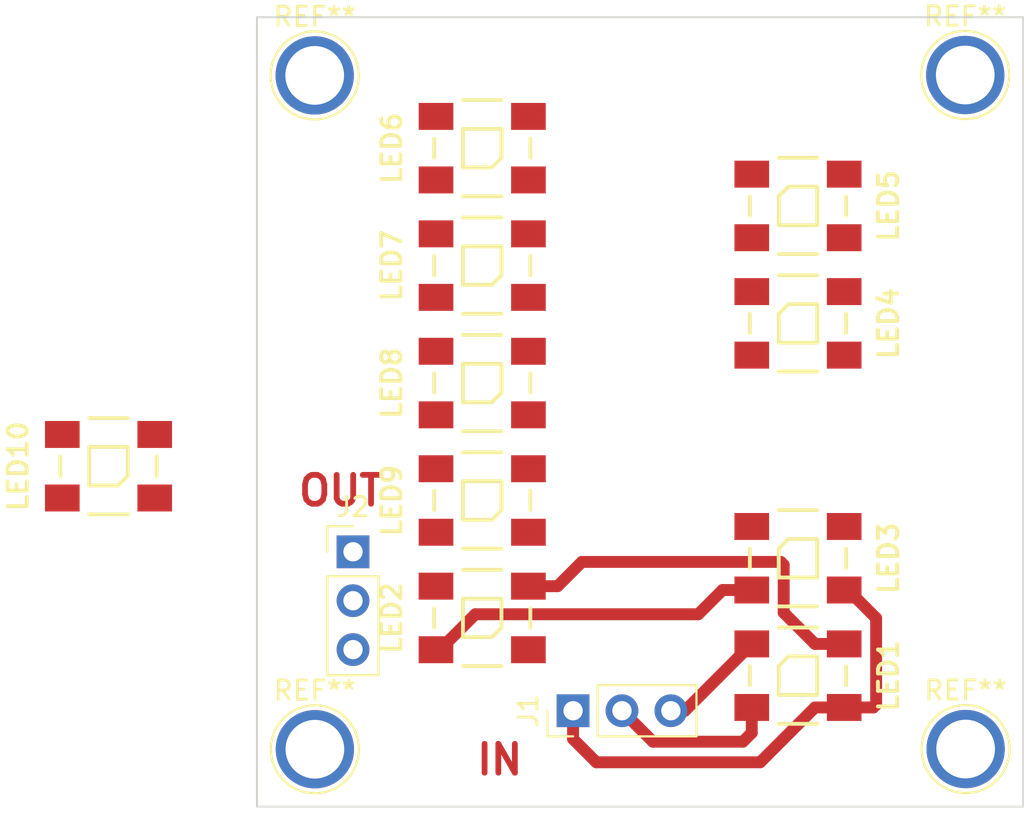
<source format=kicad_pcb>
(kicad_pcb (version 4) (host pcbnew 4.0.6)

  (general
    (links 33)
    (no_connects 33)
    (area 127.447619 73.197 168.245001 116.815)
    (thickness 1.6)
    (drawings 82)
    (tracks 29)
    (zones 0)
    (modules 16)
    (nets 14)
  )

  (page A4)
  (layers
    (0 F.Cu signal)
    (31 B.Cu signal)
    (32 B.Adhes user)
    (33 F.Adhes user)
    (34 B.Paste user)
    (35 F.Paste user)
    (36 B.SilkS user)
    (37 F.SilkS user)
    (38 B.Mask user)
    (39 F.Mask user)
    (40 Dwgs.User user)
    (41 Cmts.User user)
    (42 Eco1.User user)
    (43 Eco2.User user)
    (44 Edge.Cuts user)
    (45 Margin user)
    (46 B.CrtYd user)
    (47 F.CrtYd user)
    (48 B.Fab user)
    (49 F.Fab user)
  )

  (setup
    (last_trace_width 0.618)
    (trace_clearance 0.45)
    (zone_clearance 0.508)
    (zone_45_only no)
    (trace_min 0.2)
    (segment_width 0.2)
    (edge_width 0.1)
    (via_size 0.6)
    (via_drill 0.4)
    (via_min_size 0.4)
    (via_min_drill 0.3)
    (uvia_size 0.3)
    (uvia_drill 0.1)
    (uvias_allowed no)
    (uvia_min_size 0.2)
    (uvia_min_drill 0.1)
    (pcb_text_width 0.3)
    (pcb_text_size 1.5 1.5)
    (mod_edge_width 0.15)
    (mod_text_size 1 1)
    (mod_text_width 0.15)
    (pad_size 1.5 1.5)
    (pad_drill 0.6)
    (pad_to_mask_clearance 0)
    (aux_axis_origin 0 0)
    (visible_elements FFFFEF5F)
    (pcbplotparams
      (layerselection 0x00030_80000001)
      (usegerberextensions false)
      (excludeedgelayer true)
      (linewidth 0.100000)
      (plotframeref false)
      (viasonmask false)
      (mode 1)
      (useauxorigin false)
      (hpglpennumber 1)
      (hpglpenspeed 20)
      (hpglpendiameter 15)
      (hpglpenoverlay 2)
      (psnegative false)
      (psa4output false)
      (plotreference true)
      (plotvalue true)
      (plotinvisibletext false)
      (padsonsilk false)
      (subtractmaskfromsilk false)
      (outputformat 1)
      (mirror false)
      (drillshape 1)
      (scaleselection 1)
      (outputdirectory render/v1_000/))
  )

  (net 0 "")
  (net 1 "Net-(J1-Pad1)")
  (net 2 "Net-(J1-Pad2)")
  (net 3 "Net-(LED1-Pad2)")
  (net 4 "Net-(LED2-Pad2)")
  (net 5 "Net-(LED3-Pad2)")
  (net 6 "Net-(LED4-Pad2)")
  (net 7 "Net-(LED5-Pad2)")
  (net 8 "Net-(LED6-Pad2)")
  (net 9 "Net-(LED7-Pad2)")
  (net 10 "Net-(LED8-Pad2)")
  (net 11 "Net-(LED10-Pad4)")
  (net 12 "Net-(J1-Pad3)")
  (net 13 "Net-(J2-Pad2)")

  (net_class Default "Это класс цепей по умолчанию."
    (clearance 0.45)
    (trace_width 0.618)
    (via_dia 0.6)
    (via_drill 0.4)
    (uvia_dia 0.3)
    (uvia_drill 0.1)
    (add_net "Net-(J1-Pad1)")
    (add_net "Net-(J1-Pad2)")
    (add_net "Net-(J1-Pad3)")
    (add_net "Net-(J2-Pad2)")
    (add_net "Net-(LED1-Pad2)")
    (add_net "Net-(LED10-Pad4)")
    (add_net "Net-(LED2-Pad2)")
    (add_net "Net-(LED3-Pad2)")
    (add_net "Net-(LED4-Pad2)")
    (add_net "Net-(LED5-Pad2)")
    (add_net "Net-(LED6-Pad2)")
    (add_net "Net-(LED7-Pad2)")
    (add_net "Net-(LED8-Pad2)")
  )

  (module Pin_Headers:Pin_Header_Straight_1x03_Pitch2.54mm (layer F.Cu) (tedit 59650532) (tstamp 5989767D)
    (at 144.78 110.49 90)
    (descr "Through hole straight pin header, 1x03, 2.54mm pitch, single row")
    (tags "Through hole pin header THT 1x03 2.54mm single row")
    (path /59889F63)
    (fp_text reference J1 (at 0 -2.33 90) (layer F.SilkS)
      (effects (font (size 1 1) (thickness 0.15)))
    )
    (fp_text value VCC_DATA_GND (at 0 7.41 90) (layer F.Fab)
      (effects (font (size 1 1) (thickness 0.15)))
    )
    (fp_line (start -0.635 -1.27) (end 1.27 -1.27) (layer F.Fab) (width 0.1))
    (fp_line (start 1.27 -1.27) (end 1.27 6.35) (layer F.Fab) (width 0.1))
    (fp_line (start 1.27 6.35) (end -1.27 6.35) (layer F.Fab) (width 0.1))
    (fp_line (start -1.27 6.35) (end -1.27 -0.635) (layer F.Fab) (width 0.1))
    (fp_line (start -1.27 -0.635) (end -0.635 -1.27) (layer F.Fab) (width 0.1))
    (fp_line (start -1.33 6.41) (end 1.33 6.41) (layer F.SilkS) (width 0.12))
    (fp_line (start -1.33 1.27) (end -1.33 6.41) (layer F.SilkS) (width 0.12))
    (fp_line (start 1.33 1.27) (end 1.33 6.41) (layer F.SilkS) (width 0.12))
    (fp_line (start -1.33 1.27) (end 1.33 1.27) (layer F.SilkS) (width 0.12))
    (fp_line (start -1.33 0) (end -1.33 -1.33) (layer F.SilkS) (width 0.12))
    (fp_line (start -1.33 -1.33) (end 0 -1.33) (layer F.SilkS) (width 0.12))
    (fp_line (start -1.8 -1.8) (end -1.8 6.85) (layer F.CrtYd) (width 0.05))
    (fp_line (start -1.8 6.85) (end 1.8 6.85) (layer F.CrtYd) (width 0.05))
    (fp_line (start 1.8 6.85) (end 1.8 -1.8) (layer F.CrtYd) (width 0.05))
    (fp_line (start 1.8 -1.8) (end -1.8 -1.8) (layer F.CrtYd) (width 0.05))
    (fp_text user %R (at 0 2.54 180) (layer F.Fab)
      (effects (font (size 1 1) (thickness 0.15)))
    )
    (pad 1 thru_hole rect (at 0 0 90) (size 1.7 1.7) (drill 1) (layers *.Cu *.Mask)
      (net 1 "Net-(J1-Pad1)"))
    (pad 2 thru_hole oval (at 0 2.54 90) (size 1.7 1.7) (drill 1) (layers *.Cu *.Mask)
      (net 2 "Net-(J1-Pad2)"))
    (pad 3 thru_hole oval (at 0 5.08 90) (size 1.7 1.7) (drill 1) (layers *.Cu *.Mask)
      (net 12 "Net-(J1-Pad3)"))
    (model ${KISYS3DMOD}/Pin_Headers.3dshapes/Pin_Header_Straight_1x03_Pitch2.54mm.wrl
      (at (xyz 0 0 0))
      (scale (xyz 1 1 1))
      (rotate (xyz 0 0 0))
    )
  )

  (module WS2812B:WS2812B (layer F.Cu) (tedit 53BEE615) (tstamp 59897685)
    (at 156.462 108.67 270)
    (path /59889FEB)
    (fp_text reference LED1 (at 0 -4.7 270) (layer F.SilkS)
      (effects (font (size 1 1) (thickness 0.2)))
    )
    (fp_text value WS2812B (at 0 4.8 270) (layer F.SilkS) hide
      (effects (font (size 1 1) (thickness 0.2)))
    )
    (fp_line (start -1 -1) (end 1 -1) (layer F.SilkS) (width 0.2))
    (fp_line (start 1 -1) (end 1 1) (layer F.SilkS) (width 0.2))
    (fp_line (start 1 1) (end -0.5 1) (layer F.SilkS) (width 0.2))
    (fp_line (start -0.5 1) (end -1 0.5) (layer F.SilkS) (width 0.2))
    (fp_line (start -1 0.5) (end -1 -1) (layer F.SilkS) (width 0.2))
    (fp_line (start -2.5 -1) (end -2.5 1) (layer F.SilkS) (width 0.2))
    (fp_line (start -0.5 2.5) (end 0.5 2.5) (layer F.SilkS) (width 0.2))
    (fp_line (start 2.5 -1) (end 2.5 1) (layer F.SilkS) (width 0.2))
    (fp_line (start -0.5 -2.5) (end 0.5 -2.5) (layer F.SilkS) (width 0.2))
    (fp_line (start 2.1 2.5) (end 2.5 2.5) (layer Dwgs.User) (width 0.2))
    (fp_line (start -1.2 2.5) (end 1.2 2.5) (layer Dwgs.User) (width 0.2))
    (fp_line (start -2.5 2.5) (end -2.1 2.5) (layer Dwgs.User) (width 0.2))
    (fp_line (start 2.1 -2.5) (end 2.5 -2.5) (layer Dwgs.User) (width 0.2))
    (fp_line (start -1.2 -2.5) (end 1.2 -2.5) (layer Dwgs.User) (width 0.2))
    (fp_line (start -2.5 -2.5) (end -2.1 -2.5) (layer Dwgs.User) (width 0.2))
    (fp_line (start -2.1 -2.7) (end -1.2 -2.7) (layer Dwgs.User) (width 0.2))
    (fp_line (start -1.2 -2.7) (end -1.2 -1.8) (layer Dwgs.User) (width 0.2))
    (fp_line (start -1.2 -1.8) (end -2.1 -1.8) (layer Dwgs.User) (width 0.2))
    (fp_line (start -2.1 -1.8) (end -2.1 -2.7) (layer Dwgs.User) (width 0.2))
    (fp_line (start 2.1 -2.7) (end 1.2 -2.7) (layer Dwgs.User) (width 0.2))
    (fp_line (start 1.2 -2.7) (end 1.2 -1.8) (layer Dwgs.User) (width 0.2))
    (fp_line (start 1.2 -1.8) (end 2.1 -1.8) (layer Dwgs.User) (width 0.2))
    (fp_line (start 2.1 -1.8) (end 2.1 -2.7) (layer Dwgs.User) (width 0.2))
    (fp_line (start -2.1 2.7) (end -2.1 1.8) (layer Dwgs.User) (width 0.2))
    (fp_line (start -2.1 1.8) (end -1.2 1.8) (layer Dwgs.User) (width 0.2))
    (fp_line (start -1.2 1.8) (end -1.2 2.7) (layer Dwgs.User) (width 0.2))
    (fp_line (start -1.2 2.7) (end -2.1 2.7) (layer Dwgs.User) (width 0.2))
    (fp_line (start 1.2 2.7) (end 1.2 1.8) (layer Dwgs.User) (width 0.2))
    (fp_line (start 1.2 1.8) (end 2.1 1.8) (layer Dwgs.User) (width 0.2))
    (fp_line (start 2.1 1.8) (end 2.1 2.7) (layer Dwgs.User) (width 0.2))
    (fp_line (start 2.1 2.7) (end 1.2 2.7) (layer Dwgs.User) (width 0.2))
    (fp_line (start 2.5 -2.5) (end 2.5 2.5) (layer Dwgs.User) (width 0.2))
    (fp_line (start -2.49936 2.49936) (end -2.49936 -2.49936) (layer Dwgs.User) (width 0.2))
    (pad 1 smd rect (at 1.65 -2.4 270) (size 1.4 1.8) (layers F.Cu F.Paste F.Mask)
      (net 1 "Net-(J1-Pad1)"))
    (pad 2 smd rect (at -1.65 -2.4 270) (size 1.4 1.8) (layers F.Cu F.Paste F.Mask)
      (net 3 "Net-(LED1-Pad2)"))
    (pad 3 smd rect (at -1.65 2.4 270) (size 1.4 1.8) (layers F.Cu F.Paste F.Mask)
      (net 12 "Net-(J1-Pad3)"))
    (pad 4 smd rect (at 1.65 2.4 270) (size 1.4 1.8) (layers F.Cu F.Paste F.Mask)
      (net 2 "Net-(J1-Pad2)"))
  )

  (module WS2812B:WS2812B (layer F.Cu) (tedit 53BEE615) (tstamp 5989769D)
    (at 156.462 90.37 270)
    (path /5988A1AD)
    (fp_text reference LED4 (at 0 -4.7 270) (layer F.SilkS)
      (effects (font (size 1 1) (thickness 0.2)))
    )
    (fp_text value WS2812B (at 0 4.8 270) (layer F.SilkS) hide
      (effects (font (size 1 1) (thickness 0.2)))
    )
    (fp_line (start -1 -1) (end 1 -1) (layer F.SilkS) (width 0.2))
    (fp_line (start 1 -1) (end 1 1) (layer F.SilkS) (width 0.2))
    (fp_line (start 1 1) (end -0.5 1) (layer F.SilkS) (width 0.2))
    (fp_line (start -0.5 1) (end -1 0.5) (layer F.SilkS) (width 0.2))
    (fp_line (start -1 0.5) (end -1 -1) (layer F.SilkS) (width 0.2))
    (fp_line (start -2.5 -1) (end -2.5 1) (layer F.SilkS) (width 0.2))
    (fp_line (start -0.5 2.5) (end 0.5 2.5) (layer F.SilkS) (width 0.2))
    (fp_line (start 2.5 -1) (end 2.5 1) (layer F.SilkS) (width 0.2))
    (fp_line (start -0.5 -2.5) (end 0.5 -2.5) (layer F.SilkS) (width 0.2))
    (fp_line (start 2.1 2.5) (end 2.5 2.5) (layer Dwgs.User) (width 0.2))
    (fp_line (start -1.2 2.5) (end 1.2 2.5) (layer Dwgs.User) (width 0.2))
    (fp_line (start -2.5 2.5) (end -2.1 2.5) (layer Dwgs.User) (width 0.2))
    (fp_line (start 2.1 -2.5) (end 2.5 -2.5) (layer Dwgs.User) (width 0.2))
    (fp_line (start -1.2 -2.5) (end 1.2 -2.5) (layer Dwgs.User) (width 0.2))
    (fp_line (start -2.5 -2.5) (end -2.1 -2.5) (layer Dwgs.User) (width 0.2))
    (fp_line (start -2.1 -2.7) (end -1.2 -2.7) (layer Dwgs.User) (width 0.2))
    (fp_line (start -1.2 -2.7) (end -1.2 -1.8) (layer Dwgs.User) (width 0.2))
    (fp_line (start -1.2 -1.8) (end -2.1 -1.8) (layer Dwgs.User) (width 0.2))
    (fp_line (start -2.1 -1.8) (end -2.1 -2.7) (layer Dwgs.User) (width 0.2))
    (fp_line (start 2.1 -2.7) (end 1.2 -2.7) (layer Dwgs.User) (width 0.2))
    (fp_line (start 1.2 -2.7) (end 1.2 -1.8) (layer Dwgs.User) (width 0.2))
    (fp_line (start 1.2 -1.8) (end 2.1 -1.8) (layer Dwgs.User) (width 0.2))
    (fp_line (start 2.1 -1.8) (end 2.1 -2.7) (layer Dwgs.User) (width 0.2))
    (fp_line (start -2.1 2.7) (end -2.1 1.8) (layer Dwgs.User) (width 0.2))
    (fp_line (start -2.1 1.8) (end -1.2 1.8) (layer Dwgs.User) (width 0.2))
    (fp_line (start -1.2 1.8) (end -1.2 2.7) (layer Dwgs.User) (width 0.2))
    (fp_line (start -1.2 2.7) (end -2.1 2.7) (layer Dwgs.User) (width 0.2))
    (fp_line (start 1.2 2.7) (end 1.2 1.8) (layer Dwgs.User) (width 0.2))
    (fp_line (start 1.2 1.8) (end 2.1 1.8) (layer Dwgs.User) (width 0.2))
    (fp_line (start 2.1 1.8) (end 2.1 2.7) (layer Dwgs.User) (width 0.2))
    (fp_line (start 2.1 2.7) (end 1.2 2.7) (layer Dwgs.User) (width 0.2))
    (fp_line (start 2.5 -2.5) (end 2.5 2.5) (layer Dwgs.User) (width 0.2))
    (fp_line (start -2.49936 2.49936) (end -2.49936 -2.49936) (layer Dwgs.User) (width 0.2))
    (pad 1 smd rect (at 1.65 -2.4 270) (size 1.4 1.8) (layers F.Cu F.Paste F.Mask)
      (net 1 "Net-(J1-Pad1)"))
    (pad 2 smd rect (at -1.65 -2.4 270) (size 1.4 1.8) (layers F.Cu F.Paste F.Mask)
      (net 6 "Net-(LED4-Pad2)"))
    (pad 3 smd rect (at -1.65 2.4 270) (size 1.4 1.8) (layers F.Cu F.Paste F.Mask)
      (net 12 "Net-(J1-Pad3)"))
    (pad 4 smd rect (at 1.65 2.4 270) (size 1.4 1.8) (layers F.Cu F.Paste F.Mask)
      (net 5 "Net-(LED3-Pad2)"))
  )

  (module WS2812B:WS2812B (layer F.Cu) (tedit 53BEE615) (tstamp 59897695)
    (at 156.462 102.57 270)
    (path /5988A17E)
    (fp_text reference LED3 (at 0 -4.7 270) (layer F.SilkS)
      (effects (font (size 1 1) (thickness 0.2)))
    )
    (fp_text value WS2812B (at 0 4.8 270) (layer F.SilkS) hide
      (effects (font (size 1 1) (thickness 0.2)))
    )
    (fp_line (start -1 -1) (end 1 -1) (layer F.SilkS) (width 0.2))
    (fp_line (start 1 -1) (end 1 1) (layer F.SilkS) (width 0.2))
    (fp_line (start 1 1) (end -0.5 1) (layer F.SilkS) (width 0.2))
    (fp_line (start -0.5 1) (end -1 0.5) (layer F.SilkS) (width 0.2))
    (fp_line (start -1 0.5) (end -1 -1) (layer F.SilkS) (width 0.2))
    (fp_line (start -2.5 -1) (end -2.5 1) (layer F.SilkS) (width 0.2))
    (fp_line (start -0.5 2.5) (end 0.5 2.5) (layer F.SilkS) (width 0.2))
    (fp_line (start 2.5 -1) (end 2.5 1) (layer F.SilkS) (width 0.2))
    (fp_line (start -0.5 -2.5) (end 0.5 -2.5) (layer F.SilkS) (width 0.2))
    (fp_line (start 2.1 2.5) (end 2.5 2.5) (layer Dwgs.User) (width 0.2))
    (fp_line (start -1.2 2.5) (end 1.2 2.5) (layer Dwgs.User) (width 0.2))
    (fp_line (start -2.5 2.5) (end -2.1 2.5) (layer Dwgs.User) (width 0.2))
    (fp_line (start 2.1 -2.5) (end 2.5 -2.5) (layer Dwgs.User) (width 0.2))
    (fp_line (start -1.2 -2.5) (end 1.2 -2.5) (layer Dwgs.User) (width 0.2))
    (fp_line (start -2.5 -2.5) (end -2.1 -2.5) (layer Dwgs.User) (width 0.2))
    (fp_line (start -2.1 -2.7) (end -1.2 -2.7) (layer Dwgs.User) (width 0.2))
    (fp_line (start -1.2 -2.7) (end -1.2 -1.8) (layer Dwgs.User) (width 0.2))
    (fp_line (start -1.2 -1.8) (end -2.1 -1.8) (layer Dwgs.User) (width 0.2))
    (fp_line (start -2.1 -1.8) (end -2.1 -2.7) (layer Dwgs.User) (width 0.2))
    (fp_line (start 2.1 -2.7) (end 1.2 -2.7) (layer Dwgs.User) (width 0.2))
    (fp_line (start 1.2 -2.7) (end 1.2 -1.8) (layer Dwgs.User) (width 0.2))
    (fp_line (start 1.2 -1.8) (end 2.1 -1.8) (layer Dwgs.User) (width 0.2))
    (fp_line (start 2.1 -1.8) (end 2.1 -2.7) (layer Dwgs.User) (width 0.2))
    (fp_line (start -2.1 2.7) (end -2.1 1.8) (layer Dwgs.User) (width 0.2))
    (fp_line (start -2.1 1.8) (end -1.2 1.8) (layer Dwgs.User) (width 0.2))
    (fp_line (start -1.2 1.8) (end -1.2 2.7) (layer Dwgs.User) (width 0.2))
    (fp_line (start -1.2 2.7) (end -2.1 2.7) (layer Dwgs.User) (width 0.2))
    (fp_line (start 1.2 2.7) (end 1.2 1.8) (layer Dwgs.User) (width 0.2))
    (fp_line (start 1.2 1.8) (end 2.1 1.8) (layer Dwgs.User) (width 0.2))
    (fp_line (start 2.1 1.8) (end 2.1 2.7) (layer Dwgs.User) (width 0.2))
    (fp_line (start 2.1 2.7) (end 1.2 2.7) (layer Dwgs.User) (width 0.2))
    (fp_line (start 2.5 -2.5) (end 2.5 2.5) (layer Dwgs.User) (width 0.2))
    (fp_line (start -2.49936 2.49936) (end -2.49936 -2.49936) (layer Dwgs.User) (width 0.2))
    (pad 1 smd rect (at 1.65 -2.4 270) (size 1.4 1.8) (layers F.Cu F.Paste F.Mask)
      (net 1 "Net-(J1-Pad1)"))
    (pad 2 smd rect (at -1.65 -2.4 270) (size 1.4 1.8) (layers F.Cu F.Paste F.Mask)
      (net 5 "Net-(LED3-Pad2)"))
    (pad 3 smd rect (at -1.65 2.4 270) (size 1.4 1.8) (layers F.Cu F.Paste F.Mask)
      (net 12 "Net-(J1-Pad3)"))
    (pad 4 smd rect (at 1.65 2.4 270) (size 1.4 1.8) (layers F.Cu F.Paste F.Mask)
      (net 4 "Net-(LED2-Pad2)"))
  )

  (module WS2812B:WS2812B (layer F.Cu) (tedit 53BEE615) (tstamp 5989768D)
    (at 140.06 105.67 90)
    (path /5988A146)
    (fp_text reference LED2 (at 0 -4.7 90) (layer F.SilkS)
      (effects (font (size 1 1) (thickness 0.2)))
    )
    (fp_text value WS2812B (at 0 4.8 90) (layer F.SilkS) hide
      (effects (font (size 1 1) (thickness 0.2)))
    )
    (fp_line (start -1 -1) (end 1 -1) (layer F.SilkS) (width 0.2))
    (fp_line (start 1 -1) (end 1 1) (layer F.SilkS) (width 0.2))
    (fp_line (start 1 1) (end -0.5 1) (layer F.SilkS) (width 0.2))
    (fp_line (start -0.5 1) (end -1 0.5) (layer F.SilkS) (width 0.2))
    (fp_line (start -1 0.5) (end -1 -1) (layer F.SilkS) (width 0.2))
    (fp_line (start -2.5 -1) (end -2.5 1) (layer F.SilkS) (width 0.2))
    (fp_line (start -0.5 2.5) (end 0.5 2.5) (layer F.SilkS) (width 0.2))
    (fp_line (start 2.5 -1) (end 2.5 1) (layer F.SilkS) (width 0.2))
    (fp_line (start -0.5 -2.5) (end 0.5 -2.5) (layer F.SilkS) (width 0.2))
    (fp_line (start 2.1 2.5) (end 2.5 2.5) (layer Dwgs.User) (width 0.2))
    (fp_line (start -1.2 2.5) (end 1.2 2.5) (layer Dwgs.User) (width 0.2))
    (fp_line (start -2.5 2.5) (end -2.1 2.5) (layer Dwgs.User) (width 0.2))
    (fp_line (start 2.1 -2.5) (end 2.5 -2.5) (layer Dwgs.User) (width 0.2))
    (fp_line (start -1.2 -2.5) (end 1.2 -2.5) (layer Dwgs.User) (width 0.2))
    (fp_line (start -2.5 -2.5) (end -2.1 -2.5) (layer Dwgs.User) (width 0.2))
    (fp_line (start -2.1 -2.7) (end -1.2 -2.7) (layer Dwgs.User) (width 0.2))
    (fp_line (start -1.2 -2.7) (end -1.2 -1.8) (layer Dwgs.User) (width 0.2))
    (fp_line (start -1.2 -1.8) (end -2.1 -1.8) (layer Dwgs.User) (width 0.2))
    (fp_line (start -2.1 -1.8) (end -2.1 -2.7) (layer Dwgs.User) (width 0.2))
    (fp_line (start 2.1 -2.7) (end 1.2 -2.7) (layer Dwgs.User) (width 0.2))
    (fp_line (start 1.2 -2.7) (end 1.2 -1.8) (layer Dwgs.User) (width 0.2))
    (fp_line (start 1.2 -1.8) (end 2.1 -1.8) (layer Dwgs.User) (width 0.2))
    (fp_line (start 2.1 -1.8) (end 2.1 -2.7) (layer Dwgs.User) (width 0.2))
    (fp_line (start -2.1 2.7) (end -2.1 1.8) (layer Dwgs.User) (width 0.2))
    (fp_line (start -2.1 1.8) (end -1.2 1.8) (layer Dwgs.User) (width 0.2))
    (fp_line (start -1.2 1.8) (end -1.2 2.7) (layer Dwgs.User) (width 0.2))
    (fp_line (start -1.2 2.7) (end -2.1 2.7) (layer Dwgs.User) (width 0.2))
    (fp_line (start 1.2 2.7) (end 1.2 1.8) (layer Dwgs.User) (width 0.2))
    (fp_line (start 1.2 1.8) (end 2.1 1.8) (layer Dwgs.User) (width 0.2))
    (fp_line (start 2.1 1.8) (end 2.1 2.7) (layer Dwgs.User) (width 0.2))
    (fp_line (start 2.1 2.7) (end 1.2 2.7) (layer Dwgs.User) (width 0.2))
    (fp_line (start 2.5 -2.5) (end 2.5 2.5) (layer Dwgs.User) (width 0.2))
    (fp_line (start -2.49936 2.49936) (end -2.49936 -2.49936) (layer Dwgs.User) (width 0.2))
    (pad 1 smd rect (at 1.65 -2.4 90) (size 1.4 1.8) (layers F.Cu F.Paste F.Mask)
      (net 1 "Net-(J1-Pad1)"))
    (pad 2 smd rect (at -1.65 -2.4 90) (size 1.4 1.8) (layers F.Cu F.Paste F.Mask)
      (net 4 "Net-(LED2-Pad2)"))
    (pad 3 smd rect (at -1.65 2.4 90) (size 1.4 1.8) (layers F.Cu F.Paste F.Mask)
      (net 12 "Net-(J1-Pad3)"))
    (pad 4 smd rect (at 1.65 2.4 90) (size 1.4 1.8) (layers F.Cu F.Paste F.Mask)
      (net 3 "Net-(LED1-Pad2)"))
  )

  (module WS2812B:WS2812B (layer F.Cu) (tedit 53BEE615) (tstamp 598976A5)
    (at 156.462 84.27 270)
    (path /5988A1D6)
    (fp_text reference LED5 (at 0 -4.7 270) (layer F.SilkS)
      (effects (font (size 1 1) (thickness 0.2)))
    )
    (fp_text value WS2812B (at 0 4.8 270) (layer F.SilkS) hide
      (effects (font (size 1 1) (thickness 0.2)))
    )
    (fp_line (start -1 -1) (end 1 -1) (layer F.SilkS) (width 0.2))
    (fp_line (start 1 -1) (end 1 1) (layer F.SilkS) (width 0.2))
    (fp_line (start 1 1) (end -0.5 1) (layer F.SilkS) (width 0.2))
    (fp_line (start -0.5 1) (end -1 0.5) (layer F.SilkS) (width 0.2))
    (fp_line (start -1 0.5) (end -1 -1) (layer F.SilkS) (width 0.2))
    (fp_line (start -2.5 -1) (end -2.5 1) (layer F.SilkS) (width 0.2))
    (fp_line (start -0.5 2.5) (end 0.5 2.5) (layer F.SilkS) (width 0.2))
    (fp_line (start 2.5 -1) (end 2.5 1) (layer F.SilkS) (width 0.2))
    (fp_line (start -0.5 -2.5) (end 0.5 -2.5) (layer F.SilkS) (width 0.2))
    (fp_line (start 2.1 2.5) (end 2.5 2.5) (layer Dwgs.User) (width 0.2))
    (fp_line (start -1.2 2.5) (end 1.2 2.5) (layer Dwgs.User) (width 0.2))
    (fp_line (start -2.5 2.5) (end -2.1 2.5) (layer Dwgs.User) (width 0.2))
    (fp_line (start 2.1 -2.5) (end 2.5 -2.5) (layer Dwgs.User) (width 0.2))
    (fp_line (start -1.2 -2.5) (end 1.2 -2.5) (layer Dwgs.User) (width 0.2))
    (fp_line (start -2.5 -2.5) (end -2.1 -2.5) (layer Dwgs.User) (width 0.2))
    (fp_line (start -2.1 -2.7) (end -1.2 -2.7) (layer Dwgs.User) (width 0.2))
    (fp_line (start -1.2 -2.7) (end -1.2 -1.8) (layer Dwgs.User) (width 0.2))
    (fp_line (start -1.2 -1.8) (end -2.1 -1.8) (layer Dwgs.User) (width 0.2))
    (fp_line (start -2.1 -1.8) (end -2.1 -2.7) (layer Dwgs.User) (width 0.2))
    (fp_line (start 2.1 -2.7) (end 1.2 -2.7) (layer Dwgs.User) (width 0.2))
    (fp_line (start 1.2 -2.7) (end 1.2 -1.8) (layer Dwgs.User) (width 0.2))
    (fp_line (start 1.2 -1.8) (end 2.1 -1.8) (layer Dwgs.User) (width 0.2))
    (fp_line (start 2.1 -1.8) (end 2.1 -2.7) (layer Dwgs.User) (width 0.2))
    (fp_line (start -2.1 2.7) (end -2.1 1.8) (layer Dwgs.User) (width 0.2))
    (fp_line (start -2.1 1.8) (end -1.2 1.8) (layer Dwgs.User) (width 0.2))
    (fp_line (start -1.2 1.8) (end -1.2 2.7) (layer Dwgs.User) (width 0.2))
    (fp_line (start -1.2 2.7) (end -2.1 2.7) (layer Dwgs.User) (width 0.2))
    (fp_line (start 1.2 2.7) (end 1.2 1.8) (layer Dwgs.User) (width 0.2))
    (fp_line (start 1.2 1.8) (end 2.1 1.8) (layer Dwgs.User) (width 0.2))
    (fp_line (start 2.1 1.8) (end 2.1 2.7) (layer Dwgs.User) (width 0.2))
    (fp_line (start 2.1 2.7) (end 1.2 2.7) (layer Dwgs.User) (width 0.2))
    (fp_line (start 2.5 -2.5) (end 2.5 2.5) (layer Dwgs.User) (width 0.2))
    (fp_line (start -2.49936 2.49936) (end -2.49936 -2.49936) (layer Dwgs.User) (width 0.2))
    (pad 1 smd rect (at 1.65 -2.4 270) (size 1.4 1.8) (layers F.Cu F.Paste F.Mask)
      (net 1 "Net-(J1-Pad1)"))
    (pad 2 smd rect (at -1.65 -2.4 270) (size 1.4 1.8) (layers F.Cu F.Paste F.Mask)
      (net 7 "Net-(LED5-Pad2)"))
    (pad 3 smd rect (at -1.65 2.4 270) (size 1.4 1.8) (layers F.Cu F.Paste F.Mask)
      (net 12 "Net-(J1-Pad3)"))
    (pad 4 smd rect (at 1.65 2.4 270) (size 1.4 1.8) (layers F.Cu F.Paste F.Mask)
      (net 6 "Net-(LED4-Pad2)"))
  )

  (module WS2812B:WS2812B (layer F.Cu) (tedit 53BEE615) (tstamp 598976AD)
    (at 140.062 81.27 90)
    (path /5988A2E7)
    (fp_text reference LED6 (at 0 -4.7 90) (layer F.SilkS)
      (effects (font (size 1 1) (thickness 0.2)))
    )
    (fp_text value WS2812B (at 0 4.8 90) (layer F.SilkS) hide
      (effects (font (size 1 1) (thickness 0.2)))
    )
    (fp_line (start -1 -1) (end 1 -1) (layer F.SilkS) (width 0.2))
    (fp_line (start 1 -1) (end 1 1) (layer F.SilkS) (width 0.2))
    (fp_line (start 1 1) (end -0.5 1) (layer F.SilkS) (width 0.2))
    (fp_line (start -0.5 1) (end -1 0.5) (layer F.SilkS) (width 0.2))
    (fp_line (start -1 0.5) (end -1 -1) (layer F.SilkS) (width 0.2))
    (fp_line (start -2.5 -1) (end -2.5 1) (layer F.SilkS) (width 0.2))
    (fp_line (start -0.5 2.5) (end 0.5 2.5) (layer F.SilkS) (width 0.2))
    (fp_line (start 2.5 -1) (end 2.5 1) (layer F.SilkS) (width 0.2))
    (fp_line (start -0.5 -2.5) (end 0.5 -2.5) (layer F.SilkS) (width 0.2))
    (fp_line (start 2.1 2.5) (end 2.5 2.5) (layer Dwgs.User) (width 0.2))
    (fp_line (start -1.2 2.5) (end 1.2 2.5) (layer Dwgs.User) (width 0.2))
    (fp_line (start -2.5 2.5) (end -2.1 2.5) (layer Dwgs.User) (width 0.2))
    (fp_line (start 2.1 -2.5) (end 2.5 -2.5) (layer Dwgs.User) (width 0.2))
    (fp_line (start -1.2 -2.5) (end 1.2 -2.5) (layer Dwgs.User) (width 0.2))
    (fp_line (start -2.5 -2.5) (end -2.1 -2.5) (layer Dwgs.User) (width 0.2))
    (fp_line (start -2.1 -2.7) (end -1.2 -2.7) (layer Dwgs.User) (width 0.2))
    (fp_line (start -1.2 -2.7) (end -1.2 -1.8) (layer Dwgs.User) (width 0.2))
    (fp_line (start -1.2 -1.8) (end -2.1 -1.8) (layer Dwgs.User) (width 0.2))
    (fp_line (start -2.1 -1.8) (end -2.1 -2.7) (layer Dwgs.User) (width 0.2))
    (fp_line (start 2.1 -2.7) (end 1.2 -2.7) (layer Dwgs.User) (width 0.2))
    (fp_line (start 1.2 -2.7) (end 1.2 -1.8) (layer Dwgs.User) (width 0.2))
    (fp_line (start 1.2 -1.8) (end 2.1 -1.8) (layer Dwgs.User) (width 0.2))
    (fp_line (start 2.1 -1.8) (end 2.1 -2.7) (layer Dwgs.User) (width 0.2))
    (fp_line (start -2.1 2.7) (end -2.1 1.8) (layer Dwgs.User) (width 0.2))
    (fp_line (start -2.1 1.8) (end -1.2 1.8) (layer Dwgs.User) (width 0.2))
    (fp_line (start -1.2 1.8) (end -1.2 2.7) (layer Dwgs.User) (width 0.2))
    (fp_line (start -1.2 2.7) (end -2.1 2.7) (layer Dwgs.User) (width 0.2))
    (fp_line (start 1.2 2.7) (end 1.2 1.8) (layer Dwgs.User) (width 0.2))
    (fp_line (start 1.2 1.8) (end 2.1 1.8) (layer Dwgs.User) (width 0.2))
    (fp_line (start 2.1 1.8) (end 2.1 2.7) (layer Dwgs.User) (width 0.2))
    (fp_line (start 2.1 2.7) (end 1.2 2.7) (layer Dwgs.User) (width 0.2))
    (fp_line (start 2.5 -2.5) (end 2.5 2.5) (layer Dwgs.User) (width 0.2))
    (fp_line (start -2.49936 2.49936) (end -2.49936 -2.49936) (layer Dwgs.User) (width 0.2))
    (pad 1 smd rect (at 1.65 -2.4 90) (size 1.4 1.8) (layers F.Cu F.Paste F.Mask)
      (net 1 "Net-(J1-Pad1)"))
    (pad 2 smd rect (at -1.65 -2.4 90) (size 1.4 1.8) (layers F.Cu F.Paste F.Mask)
      (net 8 "Net-(LED6-Pad2)"))
    (pad 3 smd rect (at -1.65 2.4 90) (size 1.4 1.8) (layers F.Cu F.Paste F.Mask)
      (net 12 "Net-(J1-Pad3)"))
    (pad 4 smd rect (at 1.65 2.4 90) (size 1.4 1.8) (layers F.Cu F.Paste F.Mask)
      (net 7 "Net-(LED5-Pad2)"))
  )

  (module WS2812B:WS2812B (layer F.Cu) (tedit 53BEE615) (tstamp 598976B5)
    (at 140.062 87.37 90)
    (path /5988A2AE)
    (fp_text reference LED7 (at 0 -4.7 90) (layer F.SilkS)
      (effects (font (size 1 1) (thickness 0.2)))
    )
    (fp_text value WS2812B (at 0 4.8 90) (layer F.SilkS) hide
      (effects (font (size 1 1) (thickness 0.2)))
    )
    (fp_line (start -1 -1) (end 1 -1) (layer F.SilkS) (width 0.2))
    (fp_line (start 1 -1) (end 1 1) (layer F.SilkS) (width 0.2))
    (fp_line (start 1 1) (end -0.5 1) (layer F.SilkS) (width 0.2))
    (fp_line (start -0.5 1) (end -1 0.5) (layer F.SilkS) (width 0.2))
    (fp_line (start -1 0.5) (end -1 -1) (layer F.SilkS) (width 0.2))
    (fp_line (start -2.5 -1) (end -2.5 1) (layer F.SilkS) (width 0.2))
    (fp_line (start -0.5 2.5) (end 0.5 2.5) (layer F.SilkS) (width 0.2))
    (fp_line (start 2.5 -1) (end 2.5 1) (layer F.SilkS) (width 0.2))
    (fp_line (start -0.5 -2.5) (end 0.5 -2.5) (layer F.SilkS) (width 0.2))
    (fp_line (start 2.1 2.5) (end 2.5 2.5) (layer Dwgs.User) (width 0.2))
    (fp_line (start -1.2 2.5) (end 1.2 2.5) (layer Dwgs.User) (width 0.2))
    (fp_line (start -2.5 2.5) (end -2.1 2.5) (layer Dwgs.User) (width 0.2))
    (fp_line (start 2.1 -2.5) (end 2.5 -2.5) (layer Dwgs.User) (width 0.2))
    (fp_line (start -1.2 -2.5) (end 1.2 -2.5) (layer Dwgs.User) (width 0.2))
    (fp_line (start -2.5 -2.5) (end -2.1 -2.5) (layer Dwgs.User) (width 0.2))
    (fp_line (start -2.1 -2.7) (end -1.2 -2.7) (layer Dwgs.User) (width 0.2))
    (fp_line (start -1.2 -2.7) (end -1.2 -1.8) (layer Dwgs.User) (width 0.2))
    (fp_line (start -1.2 -1.8) (end -2.1 -1.8) (layer Dwgs.User) (width 0.2))
    (fp_line (start -2.1 -1.8) (end -2.1 -2.7) (layer Dwgs.User) (width 0.2))
    (fp_line (start 2.1 -2.7) (end 1.2 -2.7) (layer Dwgs.User) (width 0.2))
    (fp_line (start 1.2 -2.7) (end 1.2 -1.8) (layer Dwgs.User) (width 0.2))
    (fp_line (start 1.2 -1.8) (end 2.1 -1.8) (layer Dwgs.User) (width 0.2))
    (fp_line (start 2.1 -1.8) (end 2.1 -2.7) (layer Dwgs.User) (width 0.2))
    (fp_line (start -2.1 2.7) (end -2.1 1.8) (layer Dwgs.User) (width 0.2))
    (fp_line (start -2.1 1.8) (end -1.2 1.8) (layer Dwgs.User) (width 0.2))
    (fp_line (start -1.2 1.8) (end -1.2 2.7) (layer Dwgs.User) (width 0.2))
    (fp_line (start -1.2 2.7) (end -2.1 2.7) (layer Dwgs.User) (width 0.2))
    (fp_line (start 1.2 2.7) (end 1.2 1.8) (layer Dwgs.User) (width 0.2))
    (fp_line (start 1.2 1.8) (end 2.1 1.8) (layer Dwgs.User) (width 0.2))
    (fp_line (start 2.1 1.8) (end 2.1 2.7) (layer Dwgs.User) (width 0.2))
    (fp_line (start 2.1 2.7) (end 1.2 2.7) (layer Dwgs.User) (width 0.2))
    (fp_line (start 2.5 -2.5) (end 2.5 2.5) (layer Dwgs.User) (width 0.2))
    (fp_line (start -2.49936 2.49936) (end -2.49936 -2.49936) (layer Dwgs.User) (width 0.2))
    (pad 1 smd rect (at 1.65 -2.4 90) (size 1.4 1.8) (layers F.Cu F.Paste F.Mask)
      (net 1 "Net-(J1-Pad1)"))
    (pad 2 smd rect (at -1.65 -2.4 90) (size 1.4 1.8) (layers F.Cu F.Paste F.Mask)
      (net 9 "Net-(LED7-Pad2)"))
    (pad 3 smd rect (at -1.65 2.4 90) (size 1.4 1.8) (layers F.Cu F.Paste F.Mask)
      (net 12 "Net-(J1-Pad3)"))
    (pad 4 smd rect (at 1.65 2.4 90) (size 1.4 1.8) (layers F.Cu F.Paste F.Mask)
      (net 8 "Net-(LED6-Pad2)"))
  )

  (module WS2812B:WS2812B (layer F.Cu) (tedit 53BEE615) (tstamp 598976BD)
    (at 140.062 93.47 90)
    (path /5988A27A)
    (fp_text reference LED8 (at 0 -4.7 90) (layer F.SilkS)
      (effects (font (size 1 1) (thickness 0.2)))
    )
    (fp_text value WS2812B (at 0 4.8 90) (layer F.SilkS) hide
      (effects (font (size 1 1) (thickness 0.2)))
    )
    (fp_line (start -1 -1) (end 1 -1) (layer F.SilkS) (width 0.2))
    (fp_line (start 1 -1) (end 1 1) (layer F.SilkS) (width 0.2))
    (fp_line (start 1 1) (end -0.5 1) (layer F.SilkS) (width 0.2))
    (fp_line (start -0.5 1) (end -1 0.5) (layer F.SilkS) (width 0.2))
    (fp_line (start -1 0.5) (end -1 -1) (layer F.SilkS) (width 0.2))
    (fp_line (start -2.5 -1) (end -2.5 1) (layer F.SilkS) (width 0.2))
    (fp_line (start -0.5 2.5) (end 0.5 2.5) (layer F.SilkS) (width 0.2))
    (fp_line (start 2.5 -1) (end 2.5 1) (layer F.SilkS) (width 0.2))
    (fp_line (start -0.5 -2.5) (end 0.5 -2.5) (layer F.SilkS) (width 0.2))
    (fp_line (start 2.1 2.5) (end 2.5 2.5) (layer Dwgs.User) (width 0.2))
    (fp_line (start -1.2 2.5) (end 1.2 2.5) (layer Dwgs.User) (width 0.2))
    (fp_line (start -2.5 2.5) (end -2.1 2.5) (layer Dwgs.User) (width 0.2))
    (fp_line (start 2.1 -2.5) (end 2.5 -2.5) (layer Dwgs.User) (width 0.2))
    (fp_line (start -1.2 -2.5) (end 1.2 -2.5) (layer Dwgs.User) (width 0.2))
    (fp_line (start -2.5 -2.5) (end -2.1 -2.5) (layer Dwgs.User) (width 0.2))
    (fp_line (start -2.1 -2.7) (end -1.2 -2.7) (layer Dwgs.User) (width 0.2))
    (fp_line (start -1.2 -2.7) (end -1.2 -1.8) (layer Dwgs.User) (width 0.2))
    (fp_line (start -1.2 -1.8) (end -2.1 -1.8) (layer Dwgs.User) (width 0.2))
    (fp_line (start -2.1 -1.8) (end -2.1 -2.7) (layer Dwgs.User) (width 0.2))
    (fp_line (start 2.1 -2.7) (end 1.2 -2.7) (layer Dwgs.User) (width 0.2))
    (fp_line (start 1.2 -2.7) (end 1.2 -1.8) (layer Dwgs.User) (width 0.2))
    (fp_line (start 1.2 -1.8) (end 2.1 -1.8) (layer Dwgs.User) (width 0.2))
    (fp_line (start 2.1 -1.8) (end 2.1 -2.7) (layer Dwgs.User) (width 0.2))
    (fp_line (start -2.1 2.7) (end -2.1 1.8) (layer Dwgs.User) (width 0.2))
    (fp_line (start -2.1 1.8) (end -1.2 1.8) (layer Dwgs.User) (width 0.2))
    (fp_line (start -1.2 1.8) (end -1.2 2.7) (layer Dwgs.User) (width 0.2))
    (fp_line (start -1.2 2.7) (end -2.1 2.7) (layer Dwgs.User) (width 0.2))
    (fp_line (start 1.2 2.7) (end 1.2 1.8) (layer Dwgs.User) (width 0.2))
    (fp_line (start 1.2 1.8) (end 2.1 1.8) (layer Dwgs.User) (width 0.2))
    (fp_line (start 2.1 1.8) (end 2.1 2.7) (layer Dwgs.User) (width 0.2))
    (fp_line (start 2.1 2.7) (end 1.2 2.7) (layer Dwgs.User) (width 0.2))
    (fp_line (start 2.5 -2.5) (end 2.5 2.5) (layer Dwgs.User) (width 0.2))
    (fp_line (start -2.49936 2.49936) (end -2.49936 -2.49936) (layer Dwgs.User) (width 0.2))
    (pad 1 smd rect (at 1.65 -2.4 90) (size 1.4 1.8) (layers F.Cu F.Paste F.Mask)
      (net 1 "Net-(J1-Pad1)"))
    (pad 2 smd rect (at -1.65 -2.4 90) (size 1.4 1.8) (layers F.Cu F.Paste F.Mask)
      (net 10 "Net-(LED8-Pad2)"))
    (pad 3 smd rect (at -1.65 2.4 90) (size 1.4 1.8) (layers F.Cu F.Paste F.Mask)
      (net 12 "Net-(J1-Pad3)"))
    (pad 4 smd rect (at 1.65 2.4 90) (size 1.4 1.8) (layers F.Cu F.Paste F.Mask)
      (net 9 "Net-(LED7-Pad2)"))
  )

  (module WS2812B:WS2812B (layer F.Cu) (tedit 53BEE615) (tstamp 598976C5)
    (at 140.062 99.57 90)
    (path /5988A243)
    (fp_text reference LED9 (at 0 -4.7 90) (layer F.SilkS)
      (effects (font (size 1 1) (thickness 0.2)))
    )
    (fp_text value WS2812B (at 0 4.8 90) (layer F.SilkS) hide
      (effects (font (size 1 1) (thickness 0.2)))
    )
    (fp_line (start -1 -1) (end 1 -1) (layer F.SilkS) (width 0.2))
    (fp_line (start 1 -1) (end 1 1) (layer F.SilkS) (width 0.2))
    (fp_line (start 1 1) (end -0.5 1) (layer F.SilkS) (width 0.2))
    (fp_line (start -0.5 1) (end -1 0.5) (layer F.SilkS) (width 0.2))
    (fp_line (start -1 0.5) (end -1 -1) (layer F.SilkS) (width 0.2))
    (fp_line (start -2.5 -1) (end -2.5 1) (layer F.SilkS) (width 0.2))
    (fp_line (start -0.5 2.5) (end 0.5 2.5) (layer F.SilkS) (width 0.2))
    (fp_line (start 2.5 -1) (end 2.5 1) (layer F.SilkS) (width 0.2))
    (fp_line (start -0.5 -2.5) (end 0.5 -2.5) (layer F.SilkS) (width 0.2))
    (fp_line (start 2.1 2.5) (end 2.5 2.5) (layer Dwgs.User) (width 0.2))
    (fp_line (start -1.2 2.5) (end 1.2 2.5) (layer Dwgs.User) (width 0.2))
    (fp_line (start -2.5 2.5) (end -2.1 2.5) (layer Dwgs.User) (width 0.2))
    (fp_line (start 2.1 -2.5) (end 2.5 -2.5) (layer Dwgs.User) (width 0.2))
    (fp_line (start -1.2 -2.5) (end 1.2 -2.5) (layer Dwgs.User) (width 0.2))
    (fp_line (start -2.5 -2.5) (end -2.1 -2.5) (layer Dwgs.User) (width 0.2))
    (fp_line (start -2.1 -2.7) (end -1.2 -2.7) (layer Dwgs.User) (width 0.2))
    (fp_line (start -1.2 -2.7) (end -1.2 -1.8) (layer Dwgs.User) (width 0.2))
    (fp_line (start -1.2 -1.8) (end -2.1 -1.8) (layer Dwgs.User) (width 0.2))
    (fp_line (start -2.1 -1.8) (end -2.1 -2.7) (layer Dwgs.User) (width 0.2))
    (fp_line (start 2.1 -2.7) (end 1.2 -2.7) (layer Dwgs.User) (width 0.2))
    (fp_line (start 1.2 -2.7) (end 1.2 -1.8) (layer Dwgs.User) (width 0.2))
    (fp_line (start 1.2 -1.8) (end 2.1 -1.8) (layer Dwgs.User) (width 0.2))
    (fp_line (start 2.1 -1.8) (end 2.1 -2.7) (layer Dwgs.User) (width 0.2))
    (fp_line (start -2.1 2.7) (end -2.1 1.8) (layer Dwgs.User) (width 0.2))
    (fp_line (start -2.1 1.8) (end -1.2 1.8) (layer Dwgs.User) (width 0.2))
    (fp_line (start -1.2 1.8) (end -1.2 2.7) (layer Dwgs.User) (width 0.2))
    (fp_line (start -1.2 2.7) (end -2.1 2.7) (layer Dwgs.User) (width 0.2))
    (fp_line (start 1.2 2.7) (end 1.2 1.8) (layer Dwgs.User) (width 0.2))
    (fp_line (start 1.2 1.8) (end 2.1 1.8) (layer Dwgs.User) (width 0.2))
    (fp_line (start 2.1 1.8) (end 2.1 2.7) (layer Dwgs.User) (width 0.2))
    (fp_line (start 2.1 2.7) (end 1.2 2.7) (layer Dwgs.User) (width 0.2))
    (fp_line (start 2.5 -2.5) (end 2.5 2.5) (layer Dwgs.User) (width 0.2))
    (fp_line (start -2.49936 2.49936) (end -2.49936 -2.49936) (layer Dwgs.User) (width 0.2))
    (pad 1 smd rect (at 1.65 -2.4 90) (size 1.4 1.8) (layers F.Cu F.Paste F.Mask)
      (net 1 "Net-(J1-Pad1)"))
    (pad 2 smd rect (at -1.65 -2.4 90) (size 1.4 1.8) (layers F.Cu F.Paste F.Mask)
      (net 11 "Net-(LED10-Pad4)"))
    (pad 3 smd rect (at -1.65 2.4 90) (size 1.4 1.8) (layers F.Cu F.Paste F.Mask)
      (net 12 "Net-(J1-Pad3)"))
    (pad 4 smd rect (at 1.65 2.4 90) (size 1.4 1.8) (layers F.Cu F.Paste F.Mask)
      (net 10 "Net-(LED8-Pad2)"))
  )

  (module WS2812B:WS2812B (layer F.Cu) (tedit 53BEE615) (tstamp 598976CD)
    (at 120.65 97.79 90)
    (path /5988A204)
    (fp_text reference LED10 (at 0 -4.7 90) (layer F.SilkS)
      (effects (font (size 1 1) (thickness 0.2)))
    )
    (fp_text value WS2812B (at 0 4.8 90) (layer F.SilkS) hide
      (effects (font (size 1 1) (thickness 0.2)))
    )
    (fp_line (start -1 -1) (end 1 -1) (layer F.SilkS) (width 0.2))
    (fp_line (start 1 -1) (end 1 1) (layer F.SilkS) (width 0.2))
    (fp_line (start 1 1) (end -0.5 1) (layer F.SilkS) (width 0.2))
    (fp_line (start -0.5 1) (end -1 0.5) (layer F.SilkS) (width 0.2))
    (fp_line (start -1 0.5) (end -1 -1) (layer F.SilkS) (width 0.2))
    (fp_line (start -2.5 -1) (end -2.5 1) (layer F.SilkS) (width 0.2))
    (fp_line (start -0.5 2.5) (end 0.5 2.5) (layer F.SilkS) (width 0.2))
    (fp_line (start 2.5 -1) (end 2.5 1) (layer F.SilkS) (width 0.2))
    (fp_line (start -0.5 -2.5) (end 0.5 -2.5) (layer F.SilkS) (width 0.2))
    (fp_line (start 2.1 2.5) (end 2.5 2.5) (layer Dwgs.User) (width 0.2))
    (fp_line (start -1.2 2.5) (end 1.2 2.5) (layer Dwgs.User) (width 0.2))
    (fp_line (start -2.5 2.5) (end -2.1 2.5) (layer Dwgs.User) (width 0.2))
    (fp_line (start 2.1 -2.5) (end 2.5 -2.5) (layer Dwgs.User) (width 0.2))
    (fp_line (start -1.2 -2.5) (end 1.2 -2.5) (layer Dwgs.User) (width 0.2))
    (fp_line (start -2.5 -2.5) (end -2.1 -2.5) (layer Dwgs.User) (width 0.2))
    (fp_line (start -2.1 -2.7) (end -1.2 -2.7) (layer Dwgs.User) (width 0.2))
    (fp_line (start -1.2 -2.7) (end -1.2 -1.8) (layer Dwgs.User) (width 0.2))
    (fp_line (start -1.2 -1.8) (end -2.1 -1.8) (layer Dwgs.User) (width 0.2))
    (fp_line (start -2.1 -1.8) (end -2.1 -2.7) (layer Dwgs.User) (width 0.2))
    (fp_line (start 2.1 -2.7) (end 1.2 -2.7) (layer Dwgs.User) (width 0.2))
    (fp_line (start 1.2 -2.7) (end 1.2 -1.8) (layer Dwgs.User) (width 0.2))
    (fp_line (start 1.2 -1.8) (end 2.1 -1.8) (layer Dwgs.User) (width 0.2))
    (fp_line (start 2.1 -1.8) (end 2.1 -2.7) (layer Dwgs.User) (width 0.2))
    (fp_line (start -2.1 2.7) (end -2.1 1.8) (layer Dwgs.User) (width 0.2))
    (fp_line (start -2.1 1.8) (end -1.2 1.8) (layer Dwgs.User) (width 0.2))
    (fp_line (start -1.2 1.8) (end -1.2 2.7) (layer Dwgs.User) (width 0.2))
    (fp_line (start -1.2 2.7) (end -2.1 2.7) (layer Dwgs.User) (width 0.2))
    (fp_line (start 1.2 2.7) (end 1.2 1.8) (layer Dwgs.User) (width 0.2))
    (fp_line (start 1.2 1.8) (end 2.1 1.8) (layer Dwgs.User) (width 0.2))
    (fp_line (start 2.1 1.8) (end 2.1 2.7) (layer Dwgs.User) (width 0.2))
    (fp_line (start 2.1 2.7) (end 1.2 2.7) (layer Dwgs.User) (width 0.2))
    (fp_line (start 2.5 -2.5) (end 2.5 2.5) (layer Dwgs.User) (width 0.2))
    (fp_line (start -2.49936 2.49936) (end -2.49936 -2.49936) (layer Dwgs.User) (width 0.2))
    (pad 1 smd rect (at 1.65 -2.4 90) (size 1.4 1.8) (layers F.Cu F.Paste F.Mask)
      (net 1 "Net-(J1-Pad1)"))
    (pad 2 smd rect (at -1.65 -2.4 90) (size 1.4 1.8) (layers F.Cu F.Paste F.Mask)
      (net 13 "Net-(J2-Pad2)"))
    (pad 3 smd rect (at -1.65 2.4 90) (size 1.4 1.8) (layers F.Cu F.Paste F.Mask)
      (net 12 "Net-(J1-Pad3)"))
    (pad 4 smd rect (at 1.65 2.4 90) (size 1.4 1.8) (layers F.Cu F.Paste F.Mask)
      (net 11 "Net-(LED10-Pad4)"))
  )

  (module Pin_Headers:Pin_Header_Straight_1x03_Pitch2.54mm (layer F.Cu) (tedit 59650532) (tstamp 598986A9)
    (at 133.35 102.235)
    (descr "Through hole straight pin header, 1x03, 2.54mm pitch, single row")
    (tags "Through hole pin header THT 1x03 2.54mm single row")
    (path /5989854E)
    (fp_text reference J2 (at 0 -2.33) (layer F.SilkS)
      (effects (font (size 1 1) (thickness 0.15)))
    )
    (fp_text value VCC_DATA_GND (at 0 7.41) (layer F.Fab)
      (effects (font (size 1 1) (thickness 0.15)))
    )
    (fp_line (start -0.635 -1.27) (end 1.27 -1.27) (layer F.Fab) (width 0.1))
    (fp_line (start 1.27 -1.27) (end 1.27 6.35) (layer F.Fab) (width 0.1))
    (fp_line (start 1.27 6.35) (end -1.27 6.35) (layer F.Fab) (width 0.1))
    (fp_line (start -1.27 6.35) (end -1.27 -0.635) (layer F.Fab) (width 0.1))
    (fp_line (start -1.27 -0.635) (end -0.635 -1.27) (layer F.Fab) (width 0.1))
    (fp_line (start -1.33 6.41) (end 1.33 6.41) (layer F.SilkS) (width 0.12))
    (fp_line (start -1.33 1.27) (end -1.33 6.41) (layer F.SilkS) (width 0.12))
    (fp_line (start 1.33 1.27) (end 1.33 6.41) (layer F.SilkS) (width 0.12))
    (fp_line (start -1.33 1.27) (end 1.33 1.27) (layer F.SilkS) (width 0.12))
    (fp_line (start -1.33 0) (end -1.33 -1.33) (layer F.SilkS) (width 0.12))
    (fp_line (start -1.33 -1.33) (end 0 -1.33) (layer F.SilkS) (width 0.12))
    (fp_line (start -1.8 -1.8) (end -1.8 6.85) (layer F.CrtYd) (width 0.05))
    (fp_line (start -1.8 6.85) (end 1.8 6.85) (layer F.CrtYd) (width 0.05))
    (fp_line (start 1.8 6.85) (end 1.8 -1.8) (layer F.CrtYd) (width 0.05))
    (fp_line (start 1.8 -1.8) (end -1.8 -1.8) (layer F.CrtYd) (width 0.05))
    (fp_text user %R (at 0 2.54 90) (layer F.Fab)
      (effects (font (size 1 1) (thickness 0.15)))
    )
    (pad 1 thru_hole rect (at 0 0) (size 1.7 1.7) (drill 1) (layers *.Cu *.Mask)
      (net 1 "Net-(J1-Pad1)"))
    (pad 2 thru_hole oval (at 0 2.54) (size 1.7 1.7) (drill 1) (layers *.Cu *.Mask)
      (net 13 "Net-(J2-Pad2)"))
    (pad 3 thru_hole oval (at 0 5.08) (size 1.7 1.7) (drill 1) (layers *.Cu *.Mask)
      (net 12 "Net-(J1-Pad3)"))
    (model ${KISYS3DMOD}/Pin_Headers.3dshapes/Pin_Header_Straight_1x03_Pitch2.54mm.wrl
      (at (xyz 0 0 0))
      (scale (xyz 1 1 1))
      (rotate (xyz 0 0 0))
    )
  )

  (module Connectors:1pin (layer F.Cu) (tedit 5861332C) (tstamp 5989A4E8)
    (at 165.17 112.48)
    (descr "module 1 pin (ou trou mecanique de percage)")
    (tags DEV)
    (fp_text reference REF** (at 0 -3.048) (layer F.SilkS)
      (effects (font (size 1 1) (thickness 0.15)))
    )
    (fp_text value 1pin (at 0 3) (layer F.Fab)
      (effects (font (size 1 1) (thickness 0.15)))
    )
    (fp_circle (center 0 0) (end 2 0.8) (layer F.Fab) (width 0.1))
    (fp_circle (center 0 0) (end 2.6 0) (layer F.CrtYd) (width 0.05))
    (fp_circle (center 0 0) (end 0 -2.286) (layer F.SilkS) (width 0.12))
    (pad 1 thru_hole circle (at 0 0) (size 4.064 4.064) (drill 3.048) (layers *.Cu *.Mask))
  )

  (module Connectors:1pin (layer F.Cu) (tedit 5861332C) (tstamp 5989A5CE)
    (at 131.37 112.49)
    (descr "module 1 pin (ou trou mecanique de percage)")
    (tags DEV)
    (fp_text reference REF** (at 0 -3.048) (layer F.SilkS)
      (effects (font (size 1 1) (thickness 0.15)))
    )
    (fp_text value 1pin (at 0 3) (layer F.Fab)
      (effects (font (size 1 1) (thickness 0.15)))
    )
    (fp_circle (center 0 0) (end 2 0.8) (layer F.Fab) (width 0.1))
    (fp_circle (center 0 0) (end 2.6 0) (layer F.CrtYd) (width 0.05))
    (fp_circle (center 0 0) (end 0 -2.286) (layer F.SilkS) (width 0.12))
    (pad 1 thru_hole circle (at 0 0) (size 4.064 4.064) (drill 3.048) (layers *.Cu *.Mask))
  )

  (module Connectors:1pin (layer F.Cu) (tedit 5861332C) (tstamp 5989B84E)
    (at 165.15 77.47)
    (descr "module 1 pin (ou trou mecanique de percage)")
    (tags DEV)
    (fp_text reference REF** (at 0 -3.048) (layer F.SilkS)
      (effects (font (size 1 1) (thickness 0.15)))
    )
    (fp_text value 1pin (at 0 3) (layer F.Fab)
      (effects (font (size 1 1) (thickness 0.15)))
    )
    (fp_circle (center 0 0) (end 2 0.8) (layer F.Fab) (width 0.1))
    (fp_circle (center 0 0) (end 2.6 0) (layer F.CrtYd) (width 0.05))
    (fp_circle (center 0 0) (end 0 -2.286) (layer F.SilkS) (width 0.12))
    (pad 1 thru_hole circle (at 0 0) (size 4.064 4.064) (drill 3.048) (layers *.Cu *.Mask))
  )

  (module Connectors:1pin (layer F.Cu) (tedit 5861332C) (tstamp 5989B84F)
    (at 131.36 77.49)
    (descr "module 1 pin (ou trou mecanique de percage)")
    (tags DEV)
    (fp_text reference REF** (at 0 -3.048) (layer F.SilkS)
      (effects (font (size 1 1) (thickness 0.15)))
    )
    (fp_text value 1pin (at 0 3) (layer F.Fab)
      (effects (font (size 1 1) (thickness 0.15)))
    )
    (fp_circle (center 0 0) (end 2 0.8) (layer F.Fab) (width 0.1))
    (fp_circle (center 0 0) (end 2.6 0) (layer F.CrtYd) (width 0.05))
    (fp_circle (center 0 0) (end 0 -2.286) (layer F.SilkS) (width 0.12))
    (pad 1 thru_hole circle (at 0 0) (size 4.064 4.064) (drill 3.048) (layers *.Cu *.Mask))
  )

  (gr_line (start 132.859986 77.469692) (end 132.859986 77.469692) (layer Dwgs.User) (width 0.1))
  (gr_line (start 137.559984 101.119986) (end 137.559984 98.019996) (layer Dwgs.User) (width 0.1))
  (gr_line (start 137.559984 107.220008) (end 137.559984 104.119991) (layer Dwgs.User) (width 0.1))
  (gr_line (start 137.559984 95.019991) (end 137.559984 91.92) (layer Dwgs.User) (width 0.1))
  (gr_line (start 142.56 104.119991) (end 137.559984 107.220008) (layer Dwgs.User) (width 0.1))
  (gr_line (start 142.56 79.719991) (end 137.559984 82.819993) (layer Dwgs.User) (width 0.1))
  (gr_line (start 153.959996 85.819979) (end 153.959996 82.719991) (layer Dwgs.User) (width 0.1))
  (gr_line (start 137.559984 88.919996) (end 137.559984 85.819979) (layer Dwgs.User) (width 0.1))
  (gr_line (start 158.959986 94.919978) (end 158.959986 98.019996) (layer Dwgs.User) (width 0.1))
  (gr_line (start 158.959986 101.02) (end 153.959996 104.119991) (layer Dwgs.User) (width 0.1))
  (gr_line (start 158.959986 107.119995) (end 153.959996 110.220012) (layer Dwgs.User) (width 0.1))
  (gr_line (start 137.559984 85.819979) (end 142.56 85.819979) (layer Dwgs.User) (width 0.1))
  (gr_line (start 137.559984 104.119991) (end 142.56 104.119991) (layer Dwgs.User) (width 0.1))
  (gr_line (start 128.359986 115.46969) (end 128.359986 74.46969) (layer Dwgs.User) (width 0.1))
  (gr_line (start 142.56 104.119991) (end 142.56 107.220008) (layer Dwgs.User) (width 0.1))
  (gr_line (start 158.959986 88.819983) (end 153.959996 91.92) (layer Dwgs.User) (width 0.1))
  (gr_line (start 158.959986 104.119991) (end 153.959996 104.119991) (layer Dwgs.User) (width 0.1))
  (gr_line (start 137.559984 98.019996) (end 142.56 101.119986) (layer Dwgs.User) (width 0.1))
  (gr_line (start 168.159985 74.46969) (end 168.159985 115.46969) (layer Dwgs.User) (width 0.1))
  (gr_line (start 158.959986 98.019996) (end 153.959996 98.019996) (layer Dwgs.User) (width 0.1))
  (gr_line (start 142.56 82.819993) (end 137.559984 82.819993) (layer Dwgs.User) (width 0.1))
  (gr_line (start 158.959986 107.119995) (end 158.959986 110.220012) (layer Dwgs.User) (width 0.1))
  (gr_line (start 128.359986 74.46969) (end 168.159985 74.46969) (layer Dwgs.User) (width 0.1))
  (gr_line (start 142.56 85.819979) (end 142.56 88.919996) (layer Dwgs.User) (width 0.1))
  (gr_line (start 163.658299 77.469692) (end 166.659986 77.469692) (layer Dwgs.User) (width 0.1))
  (gr_line (start 142.56 88.919996) (end 137.559984 88.919996) (layer Dwgs.User) (width 0.1))
  (gr_line (start 153.959996 82.719991) (end 158.959986 85.819979) (layer Dwgs.User) (width 0.1))
  (gr_line (start 142.56 98.019996) (end 142.56 101.119986) (layer Dwgs.User) (width 0.1))
  (gr_line (start 137.559984 82.819993) (end 137.559984 79.719991) (layer Dwgs.User) (width 0.1))
  (gr_line (start 142.56 85.819979) (end 137.559984 88.919996) (layer Dwgs.User) (width 0.1))
  (gr_line (start 142.56 98.019996) (end 137.559984 101.119986) (layer Dwgs.User) (width 0.1))
  (gr_line (start 142.56 101.119986) (end 137.559984 101.119986) (layer Dwgs.User) (width 0.1))
  (gr_line (start 129.859986 112.46969) (end 132.888323 112.46969) (layer Dwgs.User) (width 0.1))
  (gr_line (start 142.56 107.220008) (end 137.559984 107.220008) (layer Dwgs.User) (width 0.1))
  (gr_line (start 158.959986 88.819983) (end 158.959986 91.92) (layer Dwgs.User) (width 0.1))
  (gr_line (start 142.56 95.019991) (end 137.559984 95.019991) (layer Dwgs.User) (width 0.1))
  (gr_line (start 153.959996 110.220012) (end 153.959996 107.119995) (layer Dwgs.User) (width 0.1))
  (gr_line (start 137.559984 91.92) (end 142.56 95.019991) (layer Dwgs.User) (width 0.1))
  (gr_line (start 153.959996 94.919978) (end 158.959986 98.019996) (layer Dwgs.User) (width 0.1))
  (gr_line (start 166.659989 77.469692) (end 166.659989 77.469692) (layer Dwgs.User) (width 0.1))
  (gr_line (start 131.359986 110.97085) (end 131.359986 113.96969) (layer Dwgs.User) (width 0.1))
  (gr_line (start 137.559984 98.019996) (end 142.56 98.019996) (layer Dwgs.User) (width 0.1))
  (gr_line (start 142.56 79.719991) (end 142.56 82.819993) (layer Dwgs.User) (width 0.1))
  (gr_line (start 158.959986 101.02) (end 158.959986 104.119991) (layer Dwgs.User) (width 0.1))
  (gr_line (start 137.559984 79.719991) (end 142.56 79.719991) (layer Dwgs.User) (width 0.1))
  (gr_line (start 165.159986 110.962473) (end 165.159986 113.96969) (layer Dwgs.User) (width 0.1))
  (gr_line (start 137.559984 91.92) (end 142.56 91.92) (layer Dwgs.User) (width 0.1))
  (gr_line (start 153.959996 98.019996) (end 153.959996 94.919978) (layer Dwgs.User) (width 0.1))
  (gr_line (start 153.959996 107.119995) (end 158.959986 107.119995) (layer Dwgs.User) (width 0.1))
  (gr_line (start 137.559984 104.119991) (end 142.56 107.220008) (layer Dwgs.User) (width 0.1))
  (gr_line (start 153.959996 88.819983) (end 158.959986 88.819983) (layer Dwgs.User) (width 0.1))
  (gr_line (start 153.959996 94.919978) (end 158.959986 94.919978) (layer Dwgs.User) (width 0.1))
  (gr_line (start 153.959996 91.92) (end 153.959996 88.819983) (layer Dwgs.User) (width 0.1))
  (gr_line (start 168.159985 115.46969) (end 128.359986 115.46969) (layer Dwgs.User) (width 0.1))
  (gr_line (start 153.959996 88.819983) (end 158.959986 91.92) (layer Dwgs.User) (width 0.1))
  (gr_line (start 142.56 91.92) (end 142.56 95.019991) (layer Dwgs.User) (width 0.1))
  (gr_line (start 158.959986 85.819979) (end 153.959996 85.819979) (layer Dwgs.User) (width 0.1))
  (gr_line (start 153.959996 107.119995) (end 158.959986 110.220012) (layer Dwgs.User) (width 0.1))
  (gr_line (start 158.959986 94.919978) (end 153.959996 98.019996) (layer Dwgs.User) (width 0.1))
  (gr_line (start 153.959996 82.719991) (end 158.959986 82.719991) (layer Dwgs.User) (width 0.1))
  (gr_line (start 158.959986 82.719991) (end 153.959996 85.819979) (layer Dwgs.User) (width 0.1))
  (gr_line (start 158.959986 82.719991) (end 158.959986 85.819979) (layer Dwgs.User) (width 0.1))
  (gr_line (start 166.659989 112.469688) (end 166.659989 112.469688) (layer Dwgs.User) (width 0.1))
  (gr_line (start 165.159986 75.969692) (end 165.159986 78.979081) (layer Dwgs.User) (width 0.1))
  (gr_line (start 132.859986 112.469688) (end 132.859986 112.469688) (layer Dwgs.User) (width 0.1))
  (gr_line (start 153.959996 104.119991) (end 153.959996 101.02) (layer Dwgs.User) (width 0.1))
  (gr_line (start 137.559984 85.819979) (end 142.56 88.919996) (layer Dwgs.User) (width 0.1))
  (gr_line (start 153.959996 101.02) (end 158.959986 101.02) (layer Dwgs.User) (width 0.1))
  (gr_line (start 129.859986 77.469692) (end 132.912902 77.469692) (layer Dwgs.User) (width 0.1))
  (gr_line (start 158.959986 110.220012) (end 153.959996 110.220012) (layer Dwgs.User) (width 0.1))
  (gr_line (start 131.359986 75.969692) (end 131.359986 79.017393) (layer Dwgs.User) (width 0.1))
  (gr_line (start 158.959986 91.92) (end 153.959996 91.92) (layer Dwgs.User) (width 0.1))
  (gr_line (start 163.651348 112.46969) (end 166.659986 112.46969) (layer Dwgs.User) (width 0.1))
  (gr_line (start 137.559984 79.719991) (end 142.56 82.819993) (layer Dwgs.User) (width 0.1))
  (gr_line (start 153.959996 101.02) (end 158.959986 104.119991) (layer Dwgs.User) (width 0.1))
  (gr_line (start 142.56 91.92) (end 137.559984 95.019991) (layer Dwgs.User) (width 0.1))
  (gr_line (start 128.36 115.47) (end 128.36 74.47) (layer Edge.Cuts) (width 0.1))
  (gr_line (start 168.16 115.47) (end 128.36 115.47) (layer Edge.Cuts) (width 0.1))
  (gr_line (start 168.16 74.47) (end 168.16 115.47) (layer Edge.Cuts) (width 0.1))
  (gr_line (start 128.36 74.47) (end 168.16 74.47) (layer Edge.Cuts) (width 0.1))
  (gr_text OUT (at 132.715 99.06) (layer F.Cu)
    (effects (font (size 1.5 1.5) (thickness 0.3)))
  )
  (gr_text IN (at 140.97 113.03) (layer F.Cu)
    (effects (font (size 1.5 1.5) (thickness 0.3)))
  )

  (segment (start 158.862 110.32) (end 160.38 110.32) (width 0.618) (layer F.Cu) (net 1))
  (segment (start 160.38 110.32) (end 160.521001 110.178999) (width 0.618) (layer F.Cu) (net 1))
  (segment (start 160.521001 110.178999) (end 160.521001 105.679001) (width 0.618) (layer F.Cu) (net 1))
  (segment (start 160.521001 105.679001) (end 159.062 104.22) (width 0.618) (layer F.Cu) (net 1))
  (segment (start 159.062 104.22) (end 158.862 104.22) (width 0.618) (layer F.Cu) (net 1))
  (segment (start 144.78 110.49) (end 144.78 111.958) (width 0.618) (layer F.Cu) (net 1))
  (segment (start 144.78 111.958) (end 145.989011 113.167011) (width 0.618) (layer F.Cu) (net 1))
  (segment (start 145.989011 113.167011) (end 154.496989 113.167011) (width 0.618) (layer F.Cu) (net 1))
  (segment (start 154.496989 113.167011) (end 157.344 110.32) (width 0.618) (layer F.Cu) (net 1))
  (segment (start 157.344 110.32) (end 158.862 110.32) (width 0.618) (layer F.Cu) (net 1))
  (segment (start 154.062 110.32) (end 154.062 111.638) (width 0.618) (layer F.Cu) (net 2))
  (segment (start 154.062 111.638) (end 153.600999 112.099001) (width 0.618) (layer F.Cu) (net 2))
  (segment (start 153.600999 112.099001) (end 148.929001 112.099001) (width 0.618) (layer F.Cu) (net 2))
  (segment (start 148.929001 112.099001) (end 148.169999 111.339999) (width 0.618) (layer F.Cu) (net 2))
  (segment (start 148.169999 111.339999) (end 147.32 110.49) (width 0.618) (layer F.Cu) (net 2))
  (segment (start 158.862 107.02) (end 157.344 107.02) (width 0.618) (layer F.Cu) (net 3))
  (segment (start 155.569201 102.760999) (end 145.237001 102.760999) (width 0.618) (layer F.Cu) (net 3))
  (segment (start 145.237001 102.760999) (end 143.978 104.02) (width 0.618) (layer F.Cu) (net 3))
  (segment (start 157.344 107.02) (end 155.721001 105.397001) (width 0.618) (layer F.Cu) (net 3))
  (segment (start 155.721001 105.397001) (end 155.721001 102.912799) (width 0.618) (layer F.Cu) (net 3))
  (segment (start 155.721001 102.912799) (end 155.569201 102.760999) (width 0.618) (layer F.Cu) (net 3))
  (segment (start 143.978 104.02) (end 142.46 104.02) (width 0.618) (layer F.Cu) (net 3))
  (segment (start 137.66 107.32) (end 137.86 107.32) (width 0.618) (layer F.Cu) (net 4))
  (segment (start 137.86 107.32) (end 139.700999 105.479001) (width 0.618) (layer F.Cu) (net 4))
  (segment (start 139.700999 105.479001) (end 151.284999 105.479001) (width 0.618) (layer F.Cu) (net 4))
  (segment (start 151.284999 105.479001) (end 152.544 104.22) (width 0.618) (layer F.Cu) (net 4))
  (segment (start 152.544 104.22) (end 154.062 104.22) (width 0.618) (layer F.Cu) (net 4))
  (segment (start 149.86 110.49) (end 150.592 110.49) (width 0.618) (layer F.Cu) (net 12))
  (segment (start 150.592 110.49) (end 154.062 107.02) (width 0.618) (layer F.Cu) (net 12))

)

</source>
